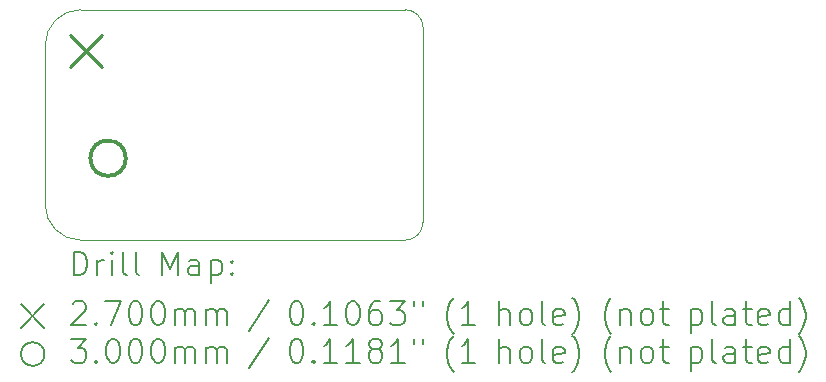
<source format=gbr>
%TF.GenerationSoftware,KiCad,Pcbnew,(7.0.0)*%
%TF.CreationDate,2023-03-25T16:31:21+01:00*%
%TF.ProjectId,PowerPCB,506f7765-7250-4434-922e-6b696361645f,rev?*%
%TF.SameCoordinates,Original*%
%TF.FileFunction,Drillmap*%
%TF.FilePolarity,Positive*%
%FSLAX45Y45*%
G04 Gerber Fmt 4.5, Leading zero omitted, Abs format (unit mm)*
G04 Created by KiCad (PCBNEW (7.0.0)) date 2023-03-25 16:31:21*
%MOMM*%
%LPD*%
G01*
G04 APERTURE LIST*
%ADD10C,0.100000*%
%ADD11C,0.200000*%
%ADD12C,0.270000*%
%ADD13C,0.300000*%
G04 APERTURE END LIST*
D10*
X10000000Y-6050000D02*
G75*
G03*
X10300000Y-6350000I300000J0D01*
G01*
X13200000Y-4550000D02*
G75*
G03*
X13050000Y-4400000I-150000J0D01*
G01*
X10000000Y-4700000D02*
X10000000Y-6050000D01*
X13050000Y-6350000D02*
G75*
G03*
X13200000Y-6200000I0J150000D01*
G01*
X10300000Y-4400000D02*
G75*
G03*
X10000000Y-4700000I0J-300000D01*
G01*
X10300000Y-6350000D02*
X13050000Y-6350000D01*
X13200000Y-4550000D02*
X13200000Y-6200000D01*
X13050000Y-4400000D02*
X10300000Y-4400000D01*
D11*
D12*
X10215000Y-4615000D02*
X10485000Y-4885000D01*
X10485000Y-4615000D02*
X10215000Y-4885000D01*
D13*
X10683400Y-5656600D02*
G75*
G03*
X10683400Y-5656600I-150000J0D01*
G01*
D11*
X10242619Y-6648476D02*
X10242619Y-6448476D01*
X10242619Y-6448476D02*
X10290238Y-6448476D01*
X10290238Y-6448476D02*
X10318810Y-6458000D01*
X10318810Y-6458000D02*
X10337857Y-6477048D01*
X10337857Y-6477048D02*
X10347381Y-6496095D01*
X10347381Y-6496095D02*
X10356905Y-6534190D01*
X10356905Y-6534190D02*
X10356905Y-6562762D01*
X10356905Y-6562762D02*
X10347381Y-6600857D01*
X10347381Y-6600857D02*
X10337857Y-6619905D01*
X10337857Y-6619905D02*
X10318810Y-6638952D01*
X10318810Y-6638952D02*
X10290238Y-6648476D01*
X10290238Y-6648476D02*
X10242619Y-6648476D01*
X10442619Y-6648476D02*
X10442619Y-6515143D01*
X10442619Y-6553238D02*
X10452143Y-6534190D01*
X10452143Y-6534190D02*
X10461667Y-6524667D01*
X10461667Y-6524667D02*
X10480714Y-6515143D01*
X10480714Y-6515143D02*
X10499762Y-6515143D01*
X10566429Y-6648476D02*
X10566429Y-6515143D01*
X10566429Y-6448476D02*
X10556905Y-6458000D01*
X10556905Y-6458000D02*
X10566429Y-6467524D01*
X10566429Y-6467524D02*
X10575952Y-6458000D01*
X10575952Y-6458000D02*
X10566429Y-6448476D01*
X10566429Y-6448476D02*
X10566429Y-6467524D01*
X10690238Y-6648476D02*
X10671190Y-6638952D01*
X10671190Y-6638952D02*
X10661667Y-6619905D01*
X10661667Y-6619905D02*
X10661667Y-6448476D01*
X10795000Y-6648476D02*
X10775952Y-6638952D01*
X10775952Y-6638952D02*
X10766429Y-6619905D01*
X10766429Y-6619905D02*
X10766429Y-6448476D01*
X10991190Y-6648476D02*
X10991190Y-6448476D01*
X10991190Y-6448476D02*
X11057857Y-6591333D01*
X11057857Y-6591333D02*
X11124524Y-6448476D01*
X11124524Y-6448476D02*
X11124524Y-6648476D01*
X11305476Y-6648476D02*
X11305476Y-6543714D01*
X11305476Y-6543714D02*
X11295952Y-6524667D01*
X11295952Y-6524667D02*
X11276905Y-6515143D01*
X11276905Y-6515143D02*
X11238809Y-6515143D01*
X11238809Y-6515143D02*
X11219762Y-6524667D01*
X11305476Y-6638952D02*
X11286428Y-6648476D01*
X11286428Y-6648476D02*
X11238809Y-6648476D01*
X11238809Y-6648476D02*
X11219762Y-6638952D01*
X11219762Y-6638952D02*
X11210238Y-6619905D01*
X11210238Y-6619905D02*
X11210238Y-6600857D01*
X11210238Y-6600857D02*
X11219762Y-6581809D01*
X11219762Y-6581809D02*
X11238809Y-6572286D01*
X11238809Y-6572286D02*
X11286428Y-6572286D01*
X11286428Y-6572286D02*
X11305476Y-6562762D01*
X11400714Y-6515143D02*
X11400714Y-6715143D01*
X11400714Y-6524667D02*
X11419762Y-6515143D01*
X11419762Y-6515143D02*
X11457857Y-6515143D01*
X11457857Y-6515143D02*
X11476905Y-6524667D01*
X11476905Y-6524667D02*
X11486428Y-6534190D01*
X11486428Y-6534190D02*
X11495952Y-6553238D01*
X11495952Y-6553238D02*
X11495952Y-6610381D01*
X11495952Y-6610381D02*
X11486428Y-6629428D01*
X11486428Y-6629428D02*
X11476905Y-6638952D01*
X11476905Y-6638952D02*
X11457857Y-6648476D01*
X11457857Y-6648476D02*
X11419762Y-6648476D01*
X11419762Y-6648476D02*
X11400714Y-6638952D01*
X11581667Y-6629428D02*
X11591190Y-6638952D01*
X11591190Y-6638952D02*
X11581667Y-6648476D01*
X11581667Y-6648476D02*
X11572143Y-6638952D01*
X11572143Y-6638952D02*
X11581667Y-6629428D01*
X11581667Y-6629428D02*
X11581667Y-6648476D01*
X11581667Y-6524667D02*
X11591190Y-6534190D01*
X11591190Y-6534190D02*
X11581667Y-6543714D01*
X11581667Y-6543714D02*
X11572143Y-6534190D01*
X11572143Y-6534190D02*
X11581667Y-6524667D01*
X11581667Y-6524667D02*
X11581667Y-6543714D01*
X9795000Y-6895000D02*
X9995000Y-7095000D01*
X9995000Y-6895000D02*
X9795000Y-7095000D01*
X10233095Y-6887524D02*
X10242619Y-6878000D01*
X10242619Y-6878000D02*
X10261667Y-6868476D01*
X10261667Y-6868476D02*
X10309286Y-6868476D01*
X10309286Y-6868476D02*
X10328333Y-6878000D01*
X10328333Y-6878000D02*
X10337857Y-6887524D01*
X10337857Y-6887524D02*
X10347381Y-6906571D01*
X10347381Y-6906571D02*
X10347381Y-6925619D01*
X10347381Y-6925619D02*
X10337857Y-6954190D01*
X10337857Y-6954190D02*
X10223571Y-7068476D01*
X10223571Y-7068476D02*
X10347381Y-7068476D01*
X10433095Y-7049428D02*
X10442619Y-7058952D01*
X10442619Y-7058952D02*
X10433095Y-7068476D01*
X10433095Y-7068476D02*
X10423571Y-7058952D01*
X10423571Y-7058952D02*
X10433095Y-7049428D01*
X10433095Y-7049428D02*
X10433095Y-7068476D01*
X10509286Y-6868476D02*
X10642619Y-6868476D01*
X10642619Y-6868476D02*
X10556905Y-7068476D01*
X10756905Y-6868476D02*
X10775952Y-6868476D01*
X10775952Y-6868476D02*
X10795000Y-6878000D01*
X10795000Y-6878000D02*
X10804524Y-6887524D01*
X10804524Y-6887524D02*
X10814048Y-6906571D01*
X10814048Y-6906571D02*
X10823571Y-6944667D01*
X10823571Y-6944667D02*
X10823571Y-6992286D01*
X10823571Y-6992286D02*
X10814048Y-7030381D01*
X10814048Y-7030381D02*
X10804524Y-7049428D01*
X10804524Y-7049428D02*
X10795000Y-7058952D01*
X10795000Y-7058952D02*
X10775952Y-7068476D01*
X10775952Y-7068476D02*
X10756905Y-7068476D01*
X10756905Y-7068476D02*
X10737857Y-7058952D01*
X10737857Y-7058952D02*
X10728333Y-7049428D01*
X10728333Y-7049428D02*
X10718810Y-7030381D01*
X10718810Y-7030381D02*
X10709286Y-6992286D01*
X10709286Y-6992286D02*
X10709286Y-6944667D01*
X10709286Y-6944667D02*
X10718810Y-6906571D01*
X10718810Y-6906571D02*
X10728333Y-6887524D01*
X10728333Y-6887524D02*
X10737857Y-6878000D01*
X10737857Y-6878000D02*
X10756905Y-6868476D01*
X10947381Y-6868476D02*
X10966429Y-6868476D01*
X10966429Y-6868476D02*
X10985476Y-6878000D01*
X10985476Y-6878000D02*
X10995000Y-6887524D01*
X10995000Y-6887524D02*
X11004524Y-6906571D01*
X11004524Y-6906571D02*
X11014048Y-6944667D01*
X11014048Y-6944667D02*
X11014048Y-6992286D01*
X11014048Y-6992286D02*
X11004524Y-7030381D01*
X11004524Y-7030381D02*
X10995000Y-7049428D01*
X10995000Y-7049428D02*
X10985476Y-7058952D01*
X10985476Y-7058952D02*
X10966429Y-7068476D01*
X10966429Y-7068476D02*
X10947381Y-7068476D01*
X10947381Y-7068476D02*
X10928333Y-7058952D01*
X10928333Y-7058952D02*
X10918810Y-7049428D01*
X10918810Y-7049428D02*
X10909286Y-7030381D01*
X10909286Y-7030381D02*
X10899762Y-6992286D01*
X10899762Y-6992286D02*
X10899762Y-6944667D01*
X10899762Y-6944667D02*
X10909286Y-6906571D01*
X10909286Y-6906571D02*
X10918810Y-6887524D01*
X10918810Y-6887524D02*
X10928333Y-6878000D01*
X10928333Y-6878000D02*
X10947381Y-6868476D01*
X11099762Y-7068476D02*
X11099762Y-6935143D01*
X11099762Y-6954190D02*
X11109286Y-6944667D01*
X11109286Y-6944667D02*
X11128333Y-6935143D01*
X11128333Y-6935143D02*
X11156905Y-6935143D01*
X11156905Y-6935143D02*
X11175952Y-6944667D01*
X11175952Y-6944667D02*
X11185476Y-6963714D01*
X11185476Y-6963714D02*
X11185476Y-7068476D01*
X11185476Y-6963714D02*
X11195000Y-6944667D01*
X11195000Y-6944667D02*
X11214048Y-6935143D01*
X11214048Y-6935143D02*
X11242619Y-6935143D01*
X11242619Y-6935143D02*
X11261667Y-6944667D01*
X11261667Y-6944667D02*
X11271190Y-6963714D01*
X11271190Y-6963714D02*
X11271190Y-7068476D01*
X11366429Y-7068476D02*
X11366429Y-6935143D01*
X11366429Y-6954190D02*
X11375952Y-6944667D01*
X11375952Y-6944667D02*
X11395000Y-6935143D01*
X11395000Y-6935143D02*
X11423571Y-6935143D01*
X11423571Y-6935143D02*
X11442619Y-6944667D01*
X11442619Y-6944667D02*
X11452143Y-6963714D01*
X11452143Y-6963714D02*
X11452143Y-7068476D01*
X11452143Y-6963714D02*
X11461667Y-6944667D01*
X11461667Y-6944667D02*
X11480714Y-6935143D01*
X11480714Y-6935143D02*
X11509286Y-6935143D01*
X11509286Y-6935143D02*
X11528333Y-6944667D01*
X11528333Y-6944667D02*
X11537857Y-6963714D01*
X11537857Y-6963714D02*
X11537857Y-7068476D01*
X11895952Y-6858952D02*
X11724524Y-7116095D01*
X12120714Y-6868476D02*
X12139762Y-6868476D01*
X12139762Y-6868476D02*
X12158810Y-6878000D01*
X12158810Y-6878000D02*
X12168333Y-6887524D01*
X12168333Y-6887524D02*
X12177857Y-6906571D01*
X12177857Y-6906571D02*
X12187381Y-6944667D01*
X12187381Y-6944667D02*
X12187381Y-6992286D01*
X12187381Y-6992286D02*
X12177857Y-7030381D01*
X12177857Y-7030381D02*
X12168333Y-7049428D01*
X12168333Y-7049428D02*
X12158810Y-7058952D01*
X12158810Y-7058952D02*
X12139762Y-7068476D01*
X12139762Y-7068476D02*
X12120714Y-7068476D01*
X12120714Y-7068476D02*
X12101667Y-7058952D01*
X12101667Y-7058952D02*
X12092143Y-7049428D01*
X12092143Y-7049428D02*
X12082619Y-7030381D01*
X12082619Y-7030381D02*
X12073095Y-6992286D01*
X12073095Y-6992286D02*
X12073095Y-6944667D01*
X12073095Y-6944667D02*
X12082619Y-6906571D01*
X12082619Y-6906571D02*
X12092143Y-6887524D01*
X12092143Y-6887524D02*
X12101667Y-6878000D01*
X12101667Y-6878000D02*
X12120714Y-6868476D01*
X12273095Y-7049428D02*
X12282619Y-7058952D01*
X12282619Y-7058952D02*
X12273095Y-7068476D01*
X12273095Y-7068476D02*
X12263571Y-7058952D01*
X12263571Y-7058952D02*
X12273095Y-7049428D01*
X12273095Y-7049428D02*
X12273095Y-7068476D01*
X12473095Y-7068476D02*
X12358810Y-7068476D01*
X12415952Y-7068476D02*
X12415952Y-6868476D01*
X12415952Y-6868476D02*
X12396905Y-6897048D01*
X12396905Y-6897048D02*
X12377857Y-6916095D01*
X12377857Y-6916095D02*
X12358810Y-6925619D01*
X12596905Y-6868476D02*
X12615952Y-6868476D01*
X12615952Y-6868476D02*
X12635000Y-6878000D01*
X12635000Y-6878000D02*
X12644524Y-6887524D01*
X12644524Y-6887524D02*
X12654048Y-6906571D01*
X12654048Y-6906571D02*
X12663571Y-6944667D01*
X12663571Y-6944667D02*
X12663571Y-6992286D01*
X12663571Y-6992286D02*
X12654048Y-7030381D01*
X12654048Y-7030381D02*
X12644524Y-7049428D01*
X12644524Y-7049428D02*
X12635000Y-7058952D01*
X12635000Y-7058952D02*
X12615952Y-7068476D01*
X12615952Y-7068476D02*
X12596905Y-7068476D01*
X12596905Y-7068476D02*
X12577857Y-7058952D01*
X12577857Y-7058952D02*
X12568333Y-7049428D01*
X12568333Y-7049428D02*
X12558810Y-7030381D01*
X12558810Y-7030381D02*
X12549286Y-6992286D01*
X12549286Y-6992286D02*
X12549286Y-6944667D01*
X12549286Y-6944667D02*
X12558810Y-6906571D01*
X12558810Y-6906571D02*
X12568333Y-6887524D01*
X12568333Y-6887524D02*
X12577857Y-6878000D01*
X12577857Y-6878000D02*
X12596905Y-6868476D01*
X12835000Y-6868476D02*
X12796905Y-6868476D01*
X12796905Y-6868476D02*
X12777857Y-6878000D01*
X12777857Y-6878000D02*
X12768333Y-6887524D01*
X12768333Y-6887524D02*
X12749286Y-6916095D01*
X12749286Y-6916095D02*
X12739762Y-6954190D01*
X12739762Y-6954190D02*
X12739762Y-7030381D01*
X12739762Y-7030381D02*
X12749286Y-7049428D01*
X12749286Y-7049428D02*
X12758810Y-7058952D01*
X12758810Y-7058952D02*
X12777857Y-7068476D01*
X12777857Y-7068476D02*
X12815952Y-7068476D01*
X12815952Y-7068476D02*
X12835000Y-7058952D01*
X12835000Y-7058952D02*
X12844524Y-7049428D01*
X12844524Y-7049428D02*
X12854048Y-7030381D01*
X12854048Y-7030381D02*
X12854048Y-6982762D01*
X12854048Y-6982762D02*
X12844524Y-6963714D01*
X12844524Y-6963714D02*
X12835000Y-6954190D01*
X12835000Y-6954190D02*
X12815952Y-6944667D01*
X12815952Y-6944667D02*
X12777857Y-6944667D01*
X12777857Y-6944667D02*
X12758810Y-6954190D01*
X12758810Y-6954190D02*
X12749286Y-6963714D01*
X12749286Y-6963714D02*
X12739762Y-6982762D01*
X12920714Y-6868476D02*
X13044524Y-6868476D01*
X13044524Y-6868476D02*
X12977857Y-6944667D01*
X12977857Y-6944667D02*
X13006429Y-6944667D01*
X13006429Y-6944667D02*
X13025476Y-6954190D01*
X13025476Y-6954190D02*
X13035000Y-6963714D01*
X13035000Y-6963714D02*
X13044524Y-6982762D01*
X13044524Y-6982762D02*
X13044524Y-7030381D01*
X13044524Y-7030381D02*
X13035000Y-7049428D01*
X13035000Y-7049428D02*
X13025476Y-7058952D01*
X13025476Y-7058952D02*
X13006429Y-7068476D01*
X13006429Y-7068476D02*
X12949286Y-7068476D01*
X12949286Y-7068476D02*
X12930238Y-7058952D01*
X12930238Y-7058952D02*
X12920714Y-7049428D01*
X13120714Y-6868476D02*
X13120714Y-6906571D01*
X13196905Y-6868476D02*
X13196905Y-6906571D01*
X13459762Y-7144667D02*
X13450238Y-7135143D01*
X13450238Y-7135143D02*
X13431191Y-7106571D01*
X13431191Y-7106571D02*
X13421667Y-7087524D01*
X13421667Y-7087524D02*
X13412143Y-7058952D01*
X13412143Y-7058952D02*
X13402619Y-7011333D01*
X13402619Y-7011333D02*
X13402619Y-6973238D01*
X13402619Y-6973238D02*
X13412143Y-6925619D01*
X13412143Y-6925619D02*
X13421667Y-6897048D01*
X13421667Y-6897048D02*
X13431191Y-6878000D01*
X13431191Y-6878000D02*
X13450238Y-6849428D01*
X13450238Y-6849428D02*
X13459762Y-6839905D01*
X13640714Y-7068476D02*
X13526429Y-7068476D01*
X13583571Y-7068476D02*
X13583571Y-6868476D01*
X13583571Y-6868476D02*
X13564524Y-6897048D01*
X13564524Y-6897048D02*
X13545476Y-6916095D01*
X13545476Y-6916095D02*
X13526429Y-6925619D01*
X13846429Y-7068476D02*
X13846429Y-6868476D01*
X13932143Y-7068476D02*
X13932143Y-6963714D01*
X13932143Y-6963714D02*
X13922619Y-6944667D01*
X13922619Y-6944667D02*
X13903572Y-6935143D01*
X13903572Y-6935143D02*
X13875000Y-6935143D01*
X13875000Y-6935143D02*
X13855952Y-6944667D01*
X13855952Y-6944667D02*
X13846429Y-6954190D01*
X14055952Y-7068476D02*
X14036905Y-7058952D01*
X14036905Y-7058952D02*
X14027381Y-7049428D01*
X14027381Y-7049428D02*
X14017857Y-7030381D01*
X14017857Y-7030381D02*
X14017857Y-6973238D01*
X14017857Y-6973238D02*
X14027381Y-6954190D01*
X14027381Y-6954190D02*
X14036905Y-6944667D01*
X14036905Y-6944667D02*
X14055952Y-6935143D01*
X14055952Y-6935143D02*
X14084524Y-6935143D01*
X14084524Y-6935143D02*
X14103572Y-6944667D01*
X14103572Y-6944667D02*
X14113095Y-6954190D01*
X14113095Y-6954190D02*
X14122619Y-6973238D01*
X14122619Y-6973238D02*
X14122619Y-7030381D01*
X14122619Y-7030381D02*
X14113095Y-7049428D01*
X14113095Y-7049428D02*
X14103572Y-7058952D01*
X14103572Y-7058952D02*
X14084524Y-7068476D01*
X14084524Y-7068476D02*
X14055952Y-7068476D01*
X14236905Y-7068476D02*
X14217857Y-7058952D01*
X14217857Y-7058952D02*
X14208333Y-7039905D01*
X14208333Y-7039905D02*
X14208333Y-6868476D01*
X14389286Y-7058952D02*
X14370238Y-7068476D01*
X14370238Y-7068476D02*
X14332143Y-7068476D01*
X14332143Y-7068476D02*
X14313095Y-7058952D01*
X14313095Y-7058952D02*
X14303572Y-7039905D01*
X14303572Y-7039905D02*
X14303572Y-6963714D01*
X14303572Y-6963714D02*
X14313095Y-6944667D01*
X14313095Y-6944667D02*
X14332143Y-6935143D01*
X14332143Y-6935143D02*
X14370238Y-6935143D01*
X14370238Y-6935143D02*
X14389286Y-6944667D01*
X14389286Y-6944667D02*
X14398810Y-6963714D01*
X14398810Y-6963714D02*
X14398810Y-6982762D01*
X14398810Y-6982762D02*
X14303572Y-7001809D01*
X14465476Y-7144667D02*
X14475000Y-7135143D01*
X14475000Y-7135143D02*
X14494048Y-7106571D01*
X14494048Y-7106571D02*
X14503572Y-7087524D01*
X14503572Y-7087524D02*
X14513095Y-7058952D01*
X14513095Y-7058952D02*
X14522619Y-7011333D01*
X14522619Y-7011333D02*
X14522619Y-6973238D01*
X14522619Y-6973238D02*
X14513095Y-6925619D01*
X14513095Y-6925619D02*
X14503572Y-6897048D01*
X14503572Y-6897048D02*
X14494048Y-6878000D01*
X14494048Y-6878000D02*
X14475000Y-6849428D01*
X14475000Y-6849428D02*
X14465476Y-6839905D01*
X14795000Y-7144667D02*
X14785476Y-7135143D01*
X14785476Y-7135143D02*
X14766429Y-7106571D01*
X14766429Y-7106571D02*
X14756905Y-7087524D01*
X14756905Y-7087524D02*
X14747381Y-7058952D01*
X14747381Y-7058952D02*
X14737857Y-7011333D01*
X14737857Y-7011333D02*
X14737857Y-6973238D01*
X14737857Y-6973238D02*
X14747381Y-6925619D01*
X14747381Y-6925619D02*
X14756905Y-6897048D01*
X14756905Y-6897048D02*
X14766429Y-6878000D01*
X14766429Y-6878000D02*
X14785476Y-6849428D01*
X14785476Y-6849428D02*
X14795000Y-6839905D01*
X14871191Y-6935143D02*
X14871191Y-7068476D01*
X14871191Y-6954190D02*
X14880714Y-6944667D01*
X14880714Y-6944667D02*
X14899762Y-6935143D01*
X14899762Y-6935143D02*
X14928333Y-6935143D01*
X14928333Y-6935143D02*
X14947381Y-6944667D01*
X14947381Y-6944667D02*
X14956905Y-6963714D01*
X14956905Y-6963714D02*
X14956905Y-7068476D01*
X15080714Y-7068476D02*
X15061667Y-7058952D01*
X15061667Y-7058952D02*
X15052143Y-7049428D01*
X15052143Y-7049428D02*
X15042619Y-7030381D01*
X15042619Y-7030381D02*
X15042619Y-6973238D01*
X15042619Y-6973238D02*
X15052143Y-6954190D01*
X15052143Y-6954190D02*
X15061667Y-6944667D01*
X15061667Y-6944667D02*
X15080714Y-6935143D01*
X15080714Y-6935143D02*
X15109286Y-6935143D01*
X15109286Y-6935143D02*
X15128333Y-6944667D01*
X15128333Y-6944667D02*
X15137857Y-6954190D01*
X15137857Y-6954190D02*
X15147381Y-6973238D01*
X15147381Y-6973238D02*
X15147381Y-7030381D01*
X15147381Y-7030381D02*
X15137857Y-7049428D01*
X15137857Y-7049428D02*
X15128333Y-7058952D01*
X15128333Y-7058952D02*
X15109286Y-7068476D01*
X15109286Y-7068476D02*
X15080714Y-7068476D01*
X15204524Y-6935143D02*
X15280714Y-6935143D01*
X15233095Y-6868476D02*
X15233095Y-7039905D01*
X15233095Y-7039905D02*
X15242619Y-7058952D01*
X15242619Y-7058952D02*
X15261667Y-7068476D01*
X15261667Y-7068476D02*
X15280714Y-7068476D01*
X15467381Y-6935143D02*
X15467381Y-7135143D01*
X15467381Y-6944667D02*
X15486429Y-6935143D01*
X15486429Y-6935143D02*
X15524524Y-6935143D01*
X15524524Y-6935143D02*
X15543572Y-6944667D01*
X15543572Y-6944667D02*
X15553095Y-6954190D01*
X15553095Y-6954190D02*
X15562619Y-6973238D01*
X15562619Y-6973238D02*
X15562619Y-7030381D01*
X15562619Y-7030381D02*
X15553095Y-7049428D01*
X15553095Y-7049428D02*
X15543572Y-7058952D01*
X15543572Y-7058952D02*
X15524524Y-7068476D01*
X15524524Y-7068476D02*
X15486429Y-7068476D01*
X15486429Y-7068476D02*
X15467381Y-7058952D01*
X15676905Y-7068476D02*
X15657857Y-7058952D01*
X15657857Y-7058952D02*
X15648333Y-7039905D01*
X15648333Y-7039905D02*
X15648333Y-6868476D01*
X15838810Y-7068476D02*
X15838810Y-6963714D01*
X15838810Y-6963714D02*
X15829286Y-6944667D01*
X15829286Y-6944667D02*
X15810238Y-6935143D01*
X15810238Y-6935143D02*
X15772143Y-6935143D01*
X15772143Y-6935143D02*
X15753095Y-6944667D01*
X15838810Y-7058952D02*
X15819762Y-7068476D01*
X15819762Y-7068476D02*
X15772143Y-7068476D01*
X15772143Y-7068476D02*
X15753095Y-7058952D01*
X15753095Y-7058952D02*
X15743572Y-7039905D01*
X15743572Y-7039905D02*
X15743572Y-7020857D01*
X15743572Y-7020857D02*
X15753095Y-7001809D01*
X15753095Y-7001809D02*
X15772143Y-6992286D01*
X15772143Y-6992286D02*
X15819762Y-6992286D01*
X15819762Y-6992286D02*
X15838810Y-6982762D01*
X15905476Y-6935143D02*
X15981667Y-6935143D01*
X15934048Y-6868476D02*
X15934048Y-7039905D01*
X15934048Y-7039905D02*
X15943572Y-7058952D01*
X15943572Y-7058952D02*
X15962619Y-7068476D01*
X15962619Y-7068476D02*
X15981667Y-7068476D01*
X16124524Y-7058952D02*
X16105476Y-7068476D01*
X16105476Y-7068476D02*
X16067381Y-7068476D01*
X16067381Y-7068476D02*
X16048333Y-7058952D01*
X16048333Y-7058952D02*
X16038810Y-7039905D01*
X16038810Y-7039905D02*
X16038810Y-6963714D01*
X16038810Y-6963714D02*
X16048333Y-6944667D01*
X16048333Y-6944667D02*
X16067381Y-6935143D01*
X16067381Y-6935143D02*
X16105476Y-6935143D01*
X16105476Y-6935143D02*
X16124524Y-6944667D01*
X16124524Y-6944667D02*
X16134048Y-6963714D01*
X16134048Y-6963714D02*
X16134048Y-6982762D01*
X16134048Y-6982762D02*
X16038810Y-7001809D01*
X16305476Y-7068476D02*
X16305476Y-6868476D01*
X16305476Y-7058952D02*
X16286429Y-7068476D01*
X16286429Y-7068476D02*
X16248333Y-7068476D01*
X16248333Y-7068476D02*
X16229286Y-7058952D01*
X16229286Y-7058952D02*
X16219762Y-7049428D01*
X16219762Y-7049428D02*
X16210238Y-7030381D01*
X16210238Y-7030381D02*
X16210238Y-6973238D01*
X16210238Y-6973238D02*
X16219762Y-6954190D01*
X16219762Y-6954190D02*
X16229286Y-6944667D01*
X16229286Y-6944667D02*
X16248333Y-6935143D01*
X16248333Y-6935143D02*
X16286429Y-6935143D01*
X16286429Y-6935143D02*
X16305476Y-6944667D01*
X16381667Y-7144667D02*
X16391191Y-7135143D01*
X16391191Y-7135143D02*
X16410238Y-7106571D01*
X16410238Y-7106571D02*
X16419762Y-7087524D01*
X16419762Y-7087524D02*
X16429286Y-7058952D01*
X16429286Y-7058952D02*
X16438810Y-7011333D01*
X16438810Y-7011333D02*
X16438810Y-6973238D01*
X16438810Y-6973238D02*
X16429286Y-6925619D01*
X16429286Y-6925619D02*
X16419762Y-6897048D01*
X16419762Y-6897048D02*
X16410238Y-6878000D01*
X16410238Y-6878000D02*
X16391191Y-6849428D01*
X16391191Y-6849428D02*
X16381667Y-6839905D01*
X9995000Y-7315000D02*
G75*
G03*
X9995000Y-7315000I-100000J0D01*
G01*
X10223571Y-7188476D02*
X10347381Y-7188476D01*
X10347381Y-7188476D02*
X10280714Y-7264667D01*
X10280714Y-7264667D02*
X10309286Y-7264667D01*
X10309286Y-7264667D02*
X10328333Y-7274190D01*
X10328333Y-7274190D02*
X10337857Y-7283714D01*
X10337857Y-7283714D02*
X10347381Y-7302762D01*
X10347381Y-7302762D02*
X10347381Y-7350381D01*
X10347381Y-7350381D02*
X10337857Y-7369428D01*
X10337857Y-7369428D02*
X10328333Y-7378952D01*
X10328333Y-7378952D02*
X10309286Y-7388476D01*
X10309286Y-7388476D02*
X10252143Y-7388476D01*
X10252143Y-7388476D02*
X10233095Y-7378952D01*
X10233095Y-7378952D02*
X10223571Y-7369428D01*
X10433095Y-7369428D02*
X10442619Y-7378952D01*
X10442619Y-7378952D02*
X10433095Y-7388476D01*
X10433095Y-7388476D02*
X10423571Y-7378952D01*
X10423571Y-7378952D02*
X10433095Y-7369428D01*
X10433095Y-7369428D02*
X10433095Y-7388476D01*
X10566429Y-7188476D02*
X10585476Y-7188476D01*
X10585476Y-7188476D02*
X10604524Y-7198000D01*
X10604524Y-7198000D02*
X10614048Y-7207524D01*
X10614048Y-7207524D02*
X10623571Y-7226571D01*
X10623571Y-7226571D02*
X10633095Y-7264667D01*
X10633095Y-7264667D02*
X10633095Y-7312286D01*
X10633095Y-7312286D02*
X10623571Y-7350381D01*
X10623571Y-7350381D02*
X10614048Y-7369428D01*
X10614048Y-7369428D02*
X10604524Y-7378952D01*
X10604524Y-7378952D02*
X10585476Y-7388476D01*
X10585476Y-7388476D02*
X10566429Y-7388476D01*
X10566429Y-7388476D02*
X10547381Y-7378952D01*
X10547381Y-7378952D02*
X10537857Y-7369428D01*
X10537857Y-7369428D02*
X10528333Y-7350381D01*
X10528333Y-7350381D02*
X10518810Y-7312286D01*
X10518810Y-7312286D02*
X10518810Y-7264667D01*
X10518810Y-7264667D02*
X10528333Y-7226571D01*
X10528333Y-7226571D02*
X10537857Y-7207524D01*
X10537857Y-7207524D02*
X10547381Y-7198000D01*
X10547381Y-7198000D02*
X10566429Y-7188476D01*
X10756905Y-7188476D02*
X10775952Y-7188476D01*
X10775952Y-7188476D02*
X10795000Y-7198000D01*
X10795000Y-7198000D02*
X10804524Y-7207524D01*
X10804524Y-7207524D02*
X10814048Y-7226571D01*
X10814048Y-7226571D02*
X10823571Y-7264667D01*
X10823571Y-7264667D02*
X10823571Y-7312286D01*
X10823571Y-7312286D02*
X10814048Y-7350381D01*
X10814048Y-7350381D02*
X10804524Y-7369428D01*
X10804524Y-7369428D02*
X10795000Y-7378952D01*
X10795000Y-7378952D02*
X10775952Y-7388476D01*
X10775952Y-7388476D02*
X10756905Y-7388476D01*
X10756905Y-7388476D02*
X10737857Y-7378952D01*
X10737857Y-7378952D02*
X10728333Y-7369428D01*
X10728333Y-7369428D02*
X10718810Y-7350381D01*
X10718810Y-7350381D02*
X10709286Y-7312286D01*
X10709286Y-7312286D02*
X10709286Y-7264667D01*
X10709286Y-7264667D02*
X10718810Y-7226571D01*
X10718810Y-7226571D02*
X10728333Y-7207524D01*
X10728333Y-7207524D02*
X10737857Y-7198000D01*
X10737857Y-7198000D02*
X10756905Y-7188476D01*
X10947381Y-7188476D02*
X10966429Y-7188476D01*
X10966429Y-7188476D02*
X10985476Y-7198000D01*
X10985476Y-7198000D02*
X10995000Y-7207524D01*
X10995000Y-7207524D02*
X11004524Y-7226571D01*
X11004524Y-7226571D02*
X11014048Y-7264667D01*
X11014048Y-7264667D02*
X11014048Y-7312286D01*
X11014048Y-7312286D02*
X11004524Y-7350381D01*
X11004524Y-7350381D02*
X10995000Y-7369428D01*
X10995000Y-7369428D02*
X10985476Y-7378952D01*
X10985476Y-7378952D02*
X10966429Y-7388476D01*
X10966429Y-7388476D02*
X10947381Y-7388476D01*
X10947381Y-7388476D02*
X10928333Y-7378952D01*
X10928333Y-7378952D02*
X10918810Y-7369428D01*
X10918810Y-7369428D02*
X10909286Y-7350381D01*
X10909286Y-7350381D02*
X10899762Y-7312286D01*
X10899762Y-7312286D02*
X10899762Y-7264667D01*
X10899762Y-7264667D02*
X10909286Y-7226571D01*
X10909286Y-7226571D02*
X10918810Y-7207524D01*
X10918810Y-7207524D02*
X10928333Y-7198000D01*
X10928333Y-7198000D02*
X10947381Y-7188476D01*
X11099762Y-7388476D02*
X11099762Y-7255143D01*
X11099762Y-7274190D02*
X11109286Y-7264667D01*
X11109286Y-7264667D02*
X11128333Y-7255143D01*
X11128333Y-7255143D02*
X11156905Y-7255143D01*
X11156905Y-7255143D02*
X11175952Y-7264667D01*
X11175952Y-7264667D02*
X11185476Y-7283714D01*
X11185476Y-7283714D02*
X11185476Y-7388476D01*
X11185476Y-7283714D02*
X11195000Y-7264667D01*
X11195000Y-7264667D02*
X11214048Y-7255143D01*
X11214048Y-7255143D02*
X11242619Y-7255143D01*
X11242619Y-7255143D02*
X11261667Y-7264667D01*
X11261667Y-7264667D02*
X11271190Y-7283714D01*
X11271190Y-7283714D02*
X11271190Y-7388476D01*
X11366429Y-7388476D02*
X11366429Y-7255143D01*
X11366429Y-7274190D02*
X11375952Y-7264667D01*
X11375952Y-7264667D02*
X11395000Y-7255143D01*
X11395000Y-7255143D02*
X11423571Y-7255143D01*
X11423571Y-7255143D02*
X11442619Y-7264667D01*
X11442619Y-7264667D02*
X11452143Y-7283714D01*
X11452143Y-7283714D02*
X11452143Y-7388476D01*
X11452143Y-7283714D02*
X11461667Y-7264667D01*
X11461667Y-7264667D02*
X11480714Y-7255143D01*
X11480714Y-7255143D02*
X11509286Y-7255143D01*
X11509286Y-7255143D02*
X11528333Y-7264667D01*
X11528333Y-7264667D02*
X11537857Y-7283714D01*
X11537857Y-7283714D02*
X11537857Y-7388476D01*
X11895952Y-7178952D02*
X11724524Y-7436095D01*
X12120714Y-7188476D02*
X12139762Y-7188476D01*
X12139762Y-7188476D02*
X12158810Y-7198000D01*
X12158810Y-7198000D02*
X12168333Y-7207524D01*
X12168333Y-7207524D02*
X12177857Y-7226571D01*
X12177857Y-7226571D02*
X12187381Y-7264667D01*
X12187381Y-7264667D02*
X12187381Y-7312286D01*
X12187381Y-7312286D02*
X12177857Y-7350381D01*
X12177857Y-7350381D02*
X12168333Y-7369428D01*
X12168333Y-7369428D02*
X12158810Y-7378952D01*
X12158810Y-7378952D02*
X12139762Y-7388476D01*
X12139762Y-7388476D02*
X12120714Y-7388476D01*
X12120714Y-7388476D02*
X12101667Y-7378952D01*
X12101667Y-7378952D02*
X12092143Y-7369428D01*
X12092143Y-7369428D02*
X12082619Y-7350381D01*
X12082619Y-7350381D02*
X12073095Y-7312286D01*
X12073095Y-7312286D02*
X12073095Y-7264667D01*
X12073095Y-7264667D02*
X12082619Y-7226571D01*
X12082619Y-7226571D02*
X12092143Y-7207524D01*
X12092143Y-7207524D02*
X12101667Y-7198000D01*
X12101667Y-7198000D02*
X12120714Y-7188476D01*
X12273095Y-7369428D02*
X12282619Y-7378952D01*
X12282619Y-7378952D02*
X12273095Y-7388476D01*
X12273095Y-7388476D02*
X12263571Y-7378952D01*
X12263571Y-7378952D02*
X12273095Y-7369428D01*
X12273095Y-7369428D02*
X12273095Y-7388476D01*
X12473095Y-7388476D02*
X12358810Y-7388476D01*
X12415952Y-7388476D02*
X12415952Y-7188476D01*
X12415952Y-7188476D02*
X12396905Y-7217048D01*
X12396905Y-7217048D02*
X12377857Y-7236095D01*
X12377857Y-7236095D02*
X12358810Y-7245619D01*
X12663571Y-7388476D02*
X12549286Y-7388476D01*
X12606429Y-7388476D02*
X12606429Y-7188476D01*
X12606429Y-7188476D02*
X12587381Y-7217048D01*
X12587381Y-7217048D02*
X12568333Y-7236095D01*
X12568333Y-7236095D02*
X12549286Y-7245619D01*
X12777857Y-7274190D02*
X12758810Y-7264667D01*
X12758810Y-7264667D02*
X12749286Y-7255143D01*
X12749286Y-7255143D02*
X12739762Y-7236095D01*
X12739762Y-7236095D02*
X12739762Y-7226571D01*
X12739762Y-7226571D02*
X12749286Y-7207524D01*
X12749286Y-7207524D02*
X12758810Y-7198000D01*
X12758810Y-7198000D02*
X12777857Y-7188476D01*
X12777857Y-7188476D02*
X12815952Y-7188476D01*
X12815952Y-7188476D02*
X12835000Y-7198000D01*
X12835000Y-7198000D02*
X12844524Y-7207524D01*
X12844524Y-7207524D02*
X12854048Y-7226571D01*
X12854048Y-7226571D02*
X12854048Y-7236095D01*
X12854048Y-7236095D02*
X12844524Y-7255143D01*
X12844524Y-7255143D02*
X12835000Y-7264667D01*
X12835000Y-7264667D02*
X12815952Y-7274190D01*
X12815952Y-7274190D02*
X12777857Y-7274190D01*
X12777857Y-7274190D02*
X12758810Y-7283714D01*
X12758810Y-7283714D02*
X12749286Y-7293238D01*
X12749286Y-7293238D02*
X12739762Y-7312286D01*
X12739762Y-7312286D02*
X12739762Y-7350381D01*
X12739762Y-7350381D02*
X12749286Y-7369428D01*
X12749286Y-7369428D02*
X12758810Y-7378952D01*
X12758810Y-7378952D02*
X12777857Y-7388476D01*
X12777857Y-7388476D02*
X12815952Y-7388476D01*
X12815952Y-7388476D02*
X12835000Y-7378952D01*
X12835000Y-7378952D02*
X12844524Y-7369428D01*
X12844524Y-7369428D02*
X12854048Y-7350381D01*
X12854048Y-7350381D02*
X12854048Y-7312286D01*
X12854048Y-7312286D02*
X12844524Y-7293238D01*
X12844524Y-7293238D02*
X12835000Y-7283714D01*
X12835000Y-7283714D02*
X12815952Y-7274190D01*
X13044524Y-7388476D02*
X12930238Y-7388476D01*
X12987381Y-7388476D02*
X12987381Y-7188476D01*
X12987381Y-7188476D02*
X12968333Y-7217048D01*
X12968333Y-7217048D02*
X12949286Y-7236095D01*
X12949286Y-7236095D02*
X12930238Y-7245619D01*
X13120714Y-7188476D02*
X13120714Y-7226571D01*
X13196905Y-7188476D02*
X13196905Y-7226571D01*
X13459762Y-7464667D02*
X13450238Y-7455143D01*
X13450238Y-7455143D02*
X13431191Y-7426571D01*
X13431191Y-7426571D02*
X13421667Y-7407524D01*
X13421667Y-7407524D02*
X13412143Y-7378952D01*
X13412143Y-7378952D02*
X13402619Y-7331333D01*
X13402619Y-7331333D02*
X13402619Y-7293238D01*
X13402619Y-7293238D02*
X13412143Y-7245619D01*
X13412143Y-7245619D02*
X13421667Y-7217048D01*
X13421667Y-7217048D02*
X13431191Y-7198000D01*
X13431191Y-7198000D02*
X13450238Y-7169428D01*
X13450238Y-7169428D02*
X13459762Y-7159905D01*
X13640714Y-7388476D02*
X13526429Y-7388476D01*
X13583571Y-7388476D02*
X13583571Y-7188476D01*
X13583571Y-7188476D02*
X13564524Y-7217048D01*
X13564524Y-7217048D02*
X13545476Y-7236095D01*
X13545476Y-7236095D02*
X13526429Y-7245619D01*
X13846429Y-7388476D02*
X13846429Y-7188476D01*
X13932143Y-7388476D02*
X13932143Y-7283714D01*
X13932143Y-7283714D02*
X13922619Y-7264667D01*
X13922619Y-7264667D02*
X13903572Y-7255143D01*
X13903572Y-7255143D02*
X13875000Y-7255143D01*
X13875000Y-7255143D02*
X13855952Y-7264667D01*
X13855952Y-7264667D02*
X13846429Y-7274190D01*
X14055952Y-7388476D02*
X14036905Y-7378952D01*
X14036905Y-7378952D02*
X14027381Y-7369428D01*
X14027381Y-7369428D02*
X14017857Y-7350381D01*
X14017857Y-7350381D02*
X14017857Y-7293238D01*
X14017857Y-7293238D02*
X14027381Y-7274190D01*
X14027381Y-7274190D02*
X14036905Y-7264667D01*
X14036905Y-7264667D02*
X14055952Y-7255143D01*
X14055952Y-7255143D02*
X14084524Y-7255143D01*
X14084524Y-7255143D02*
X14103572Y-7264667D01*
X14103572Y-7264667D02*
X14113095Y-7274190D01*
X14113095Y-7274190D02*
X14122619Y-7293238D01*
X14122619Y-7293238D02*
X14122619Y-7350381D01*
X14122619Y-7350381D02*
X14113095Y-7369428D01*
X14113095Y-7369428D02*
X14103572Y-7378952D01*
X14103572Y-7378952D02*
X14084524Y-7388476D01*
X14084524Y-7388476D02*
X14055952Y-7388476D01*
X14236905Y-7388476D02*
X14217857Y-7378952D01*
X14217857Y-7378952D02*
X14208333Y-7359905D01*
X14208333Y-7359905D02*
X14208333Y-7188476D01*
X14389286Y-7378952D02*
X14370238Y-7388476D01*
X14370238Y-7388476D02*
X14332143Y-7388476D01*
X14332143Y-7388476D02*
X14313095Y-7378952D01*
X14313095Y-7378952D02*
X14303572Y-7359905D01*
X14303572Y-7359905D02*
X14303572Y-7283714D01*
X14303572Y-7283714D02*
X14313095Y-7264667D01*
X14313095Y-7264667D02*
X14332143Y-7255143D01*
X14332143Y-7255143D02*
X14370238Y-7255143D01*
X14370238Y-7255143D02*
X14389286Y-7264667D01*
X14389286Y-7264667D02*
X14398810Y-7283714D01*
X14398810Y-7283714D02*
X14398810Y-7302762D01*
X14398810Y-7302762D02*
X14303572Y-7321809D01*
X14465476Y-7464667D02*
X14475000Y-7455143D01*
X14475000Y-7455143D02*
X14494048Y-7426571D01*
X14494048Y-7426571D02*
X14503572Y-7407524D01*
X14503572Y-7407524D02*
X14513095Y-7378952D01*
X14513095Y-7378952D02*
X14522619Y-7331333D01*
X14522619Y-7331333D02*
X14522619Y-7293238D01*
X14522619Y-7293238D02*
X14513095Y-7245619D01*
X14513095Y-7245619D02*
X14503572Y-7217048D01*
X14503572Y-7217048D02*
X14494048Y-7198000D01*
X14494048Y-7198000D02*
X14475000Y-7169428D01*
X14475000Y-7169428D02*
X14465476Y-7159905D01*
X14795000Y-7464667D02*
X14785476Y-7455143D01*
X14785476Y-7455143D02*
X14766429Y-7426571D01*
X14766429Y-7426571D02*
X14756905Y-7407524D01*
X14756905Y-7407524D02*
X14747381Y-7378952D01*
X14747381Y-7378952D02*
X14737857Y-7331333D01*
X14737857Y-7331333D02*
X14737857Y-7293238D01*
X14737857Y-7293238D02*
X14747381Y-7245619D01*
X14747381Y-7245619D02*
X14756905Y-7217048D01*
X14756905Y-7217048D02*
X14766429Y-7198000D01*
X14766429Y-7198000D02*
X14785476Y-7169428D01*
X14785476Y-7169428D02*
X14795000Y-7159905D01*
X14871191Y-7255143D02*
X14871191Y-7388476D01*
X14871191Y-7274190D02*
X14880714Y-7264667D01*
X14880714Y-7264667D02*
X14899762Y-7255143D01*
X14899762Y-7255143D02*
X14928333Y-7255143D01*
X14928333Y-7255143D02*
X14947381Y-7264667D01*
X14947381Y-7264667D02*
X14956905Y-7283714D01*
X14956905Y-7283714D02*
X14956905Y-7388476D01*
X15080714Y-7388476D02*
X15061667Y-7378952D01*
X15061667Y-7378952D02*
X15052143Y-7369428D01*
X15052143Y-7369428D02*
X15042619Y-7350381D01*
X15042619Y-7350381D02*
X15042619Y-7293238D01*
X15042619Y-7293238D02*
X15052143Y-7274190D01*
X15052143Y-7274190D02*
X15061667Y-7264667D01*
X15061667Y-7264667D02*
X15080714Y-7255143D01*
X15080714Y-7255143D02*
X15109286Y-7255143D01*
X15109286Y-7255143D02*
X15128333Y-7264667D01*
X15128333Y-7264667D02*
X15137857Y-7274190D01*
X15137857Y-7274190D02*
X15147381Y-7293238D01*
X15147381Y-7293238D02*
X15147381Y-7350381D01*
X15147381Y-7350381D02*
X15137857Y-7369428D01*
X15137857Y-7369428D02*
X15128333Y-7378952D01*
X15128333Y-7378952D02*
X15109286Y-7388476D01*
X15109286Y-7388476D02*
X15080714Y-7388476D01*
X15204524Y-7255143D02*
X15280714Y-7255143D01*
X15233095Y-7188476D02*
X15233095Y-7359905D01*
X15233095Y-7359905D02*
X15242619Y-7378952D01*
X15242619Y-7378952D02*
X15261667Y-7388476D01*
X15261667Y-7388476D02*
X15280714Y-7388476D01*
X15467381Y-7255143D02*
X15467381Y-7455143D01*
X15467381Y-7264667D02*
X15486429Y-7255143D01*
X15486429Y-7255143D02*
X15524524Y-7255143D01*
X15524524Y-7255143D02*
X15543572Y-7264667D01*
X15543572Y-7264667D02*
X15553095Y-7274190D01*
X15553095Y-7274190D02*
X15562619Y-7293238D01*
X15562619Y-7293238D02*
X15562619Y-7350381D01*
X15562619Y-7350381D02*
X15553095Y-7369428D01*
X15553095Y-7369428D02*
X15543572Y-7378952D01*
X15543572Y-7378952D02*
X15524524Y-7388476D01*
X15524524Y-7388476D02*
X15486429Y-7388476D01*
X15486429Y-7388476D02*
X15467381Y-7378952D01*
X15676905Y-7388476D02*
X15657857Y-7378952D01*
X15657857Y-7378952D02*
X15648333Y-7359905D01*
X15648333Y-7359905D02*
X15648333Y-7188476D01*
X15838810Y-7388476D02*
X15838810Y-7283714D01*
X15838810Y-7283714D02*
X15829286Y-7264667D01*
X15829286Y-7264667D02*
X15810238Y-7255143D01*
X15810238Y-7255143D02*
X15772143Y-7255143D01*
X15772143Y-7255143D02*
X15753095Y-7264667D01*
X15838810Y-7378952D02*
X15819762Y-7388476D01*
X15819762Y-7388476D02*
X15772143Y-7388476D01*
X15772143Y-7388476D02*
X15753095Y-7378952D01*
X15753095Y-7378952D02*
X15743572Y-7359905D01*
X15743572Y-7359905D02*
X15743572Y-7340857D01*
X15743572Y-7340857D02*
X15753095Y-7321809D01*
X15753095Y-7321809D02*
X15772143Y-7312286D01*
X15772143Y-7312286D02*
X15819762Y-7312286D01*
X15819762Y-7312286D02*
X15838810Y-7302762D01*
X15905476Y-7255143D02*
X15981667Y-7255143D01*
X15934048Y-7188476D02*
X15934048Y-7359905D01*
X15934048Y-7359905D02*
X15943572Y-7378952D01*
X15943572Y-7378952D02*
X15962619Y-7388476D01*
X15962619Y-7388476D02*
X15981667Y-7388476D01*
X16124524Y-7378952D02*
X16105476Y-7388476D01*
X16105476Y-7388476D02*
X16067381Y-7388476D01*
X16067381Y-7388476D02*
X16048333Y-7378952D01*
X16048333Y-7378952D02*
X16038810Y-7359905D01*
X16038810Y-7359905D02*
X16038810Y-7283714D01*
X16038810Y-7283714D02*
X16048333Y-7264667D01*
X16048333Y-7264667D02*
X16067381Y-7255143D01*
X16067381Y-7255143D02*
X16105476Y-7255143D01*
X16105476Y-7255143D02*
X16124524Y-7264667D01*
X16124524Y-7264667D02*
X16134048Y-7283714D01*
X16134048Y-7283714D02*
X16134048Y-7302762D01*
X16134048Y-7302762D02*
X16038810Y-7321809D01*
X16305476Y-7388476D02*
X16305476Y-7188476D01*
X16305476Y-7378952D02*
X16286429Y-7388476D01*
X16286429Y-7388476D02*
X16248333Y-7388476D01*
X16248333Y-7388476D02*
X16229286Y-7378952D01*
X16229286Y-7378952D02*
X16219762Y-7369428D01*
X16219762Y-7369428D02*
X16210238Y-7350381D01*
X16210238Y-7350381D02*
X16210238Y-7293238D01*
X16210238Y-7293238D02*
X16219762Y-7274190D01*
X16219762Y-7274190D02*
X16229286Y-7264667D01*
X16229286Y-7264667D02*
X16248333Y-7255143D01*
X16248333Y-7255143D02*
X16286429Y-7255143D01*
X16286429Y-7255143D02*
X16305476Y-7264667D01*
X16381667Y-7464667D02*
X16391191Y-7455143D01*
X16391191Y-7455143D02*
X16410238Y-7426571D01*
X16410238Y-7426571D02*
X16419762Y-7407524D01*
X16419762Y-7407524D02*
X16429286Y-7378952D01*
X16429286Y-7378952D02*
X16438810Y-7331333D01*
X16438810Y-7331333D02*
X16438810Y-7293238D01*
X16438810Y-7293238D02*
X16429286Y-7245619D01*
X16429286Y-7245619D02*
X16419762Y-7217048D01*
X16419762Y-7217048D02*
X16410238Y-7198000D01*
X16410238Y-7198000D02*
X16391191Y-7169428D01*
X16391191Y-7169428D02*
X16381667Y-7159905D01*
M02*

</source>
